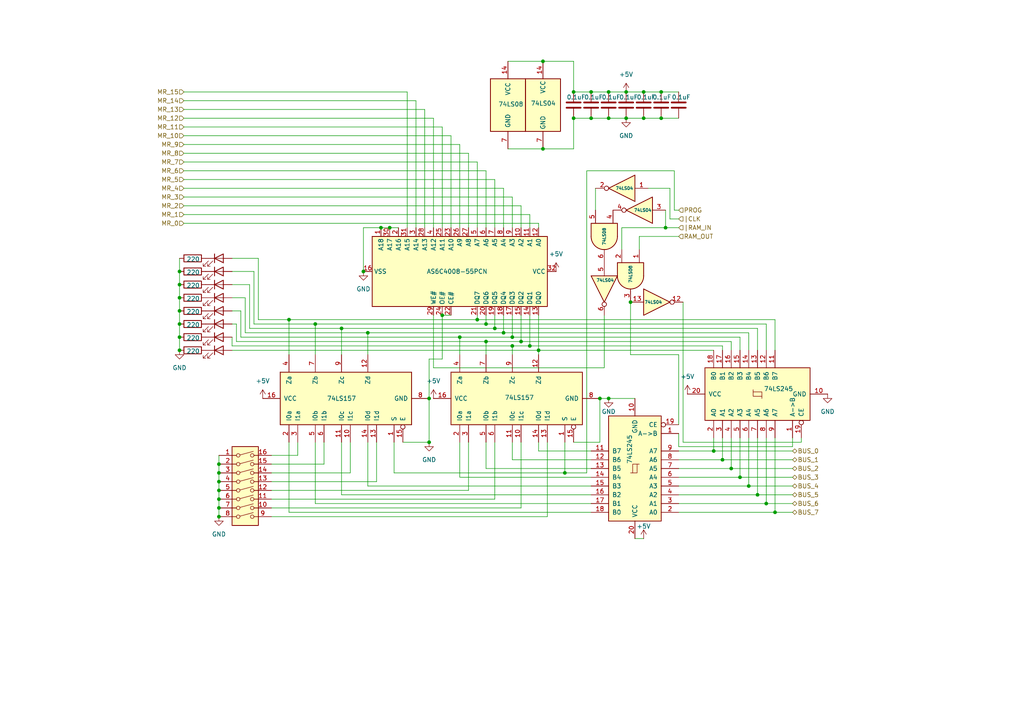
<source format=kicad_sch>
(kicad_sch (version 20231120) (generator "eeschema") (generator_version "8.0")
  (paper "A4")
  (lib_symbols
    (symbol "74xx:74LS04"
      (property "Reference" "U" (at 0 1.27 0))
      (property "Value" "74LS04" (at 0 -1.27 0))
      (symbol "74LS04_1_0"
        (polyline (pts (xy -3.81 3.81) (xy -3.81 -3.81) (xy 3.81 0) (xy -3.81 3.81)) (stroke (width 0.254)) (fill (type background)))
        (pin input line (at -7.62 0 0) (length 3.81) (name "~") (number "1"))
        (pin output inverted (at 7.62 0 180) (length 3.81) (name "~") (number "2"))
      )
      (symbol "74LS04_2_0"
        (polyline (pts (xy -3.81 3.81) (xy -3.81 -3.81) (xy 3.81 0) (xy -3.81 3.81)) (stroke (width 0.254)) (fill (type background)))
        (pin input line (at -7.62 0 0) (length 3.81) (name "~") (number "3"))
        (pin output inverted (at 7.62 0 180) (length 3.81) (name "~") (number "4"))
      )
      (symbol "74LS04_3_0"
        (polyline (pts (xy -3.81 3.81) (xy -3.81 -3.81) (xy 3.81 0) (xy -3.81 3.81)) (stroke (width 0.254)) (fill (type background)))
        (pin input line (at -7.62 0 0) (length 3.81) (name "~") (number "5"))
        (pin output inverted (at 7.62 0 180) (length 3.81) (name "~") (number "6"))
      )
      (symbol "74LS04_4_0"
        (polyline (pts (xy -3.81 3.81) (xy -3.81 -3.81) (xy 3.81 0) (xy -3.81 3.81)) (stroke (width 0.254)) (fill (type background)))
        (pin output inverted (at 7.62 0 180) (length 3.81) (name "~") (number "8"))
        (pin input line (at -7.62 0 0) (length 3.81) (name "~") (number "9"))
      )
      (symbol "74LS04_5_0"
        (polyline (pts (xy -3.81 3.81) (xy -3.81 -3.81) (xy 3.81 0) (xy -3.81 3.81)) (stroke (width 0.254)) (fill (type background)))
        (pin output inverted (at 7.62 0 180) (length 3.81) (name "~") (number "10"))
        (pin input line (at -7.62 0 0) (length 3.81) (name "~") (number "11"))
      )
      (symbol "74LS04_6_0"
        (polyline (pts (xy -3.81 3.81) (xy -3.81 -3.81) (xy 3.81 0) (xy -3.81 3.81)) (stroke (width 0.254)) (fill (type background)))
        (pin output inverted (at 7.62 0 180) (length 3.81) (name "~") (number "12"))
        (pin input line (at -7.62 0 0) (length 3.81) (name "~") (number "13"))
      )
      (symbol "74LS04_7_0"
        (pin power_in line (at 0 12.7 270) (length 5.08) (name "VCC") (number "14"))
        (pin power_in line (at 0 -12.7 90) (length 5.08) (name "GND") (number "7"))
      )
      (symbol "74LS04_7_1"
        (rectangle (start -5.08 7.62) (end 5.08 -7.62) (stroke (width 0.254)) (fill (type background)))
      )
    )
    (symbol "74xx:74LS08" (pin_names (offset 1.016))
      (property "Reference" "U" (at 0 1.27 0))
      (property "Value" "74LS08" (at 0 -1.27 0))
      (symbol "74LS08_1_1"
        (arc (start 0 -3.81) (mid 3.7934 0) (end 0 3.81) (stroke (width 0.254)) (fill (type background)))
        (polyline (pts (xy 0 3.81) (xy -3.81 3.81) (xy -3.81 -3.81) (xy 0 -3.81)) (stroke (width 0.254)) (fill (type background)))
        (pin input line (at -7.62 2.54 0) (length 3.81) (name "~") (number "1"))
        (pin input line (at -7.62 -2.54 0) (length 3.81) (name "~") (number "2"))
        (pin output line (at 7.62 0 180) (length 3.81) (name "~") (number "3"))
      )
      (symbol "74LS08_1_2"
        (arc (start -3.81 -3.81) (mid -2.589 0) (end -3.81 3.81) (stroke (width 0.254)))
        (arc (start -0.6096 -3.81) (mid 2.1842 -2.5851) (end 3.81 0) (stroke (width 0.254)) (fill (type background)))
        (polyline (pts (xy -3.81 -3.81) (xy -0.635 -3.81)) (stroke (width 0.254)) (fill (type background)))
        (polyline (pts (xy -3.81 3.81) (xy -0.635 3.81)) (stroke (width 0.254)) (fill (type background)))
        (polyline (pts (xy -0.635 3.81) (xy -3.81 3.81) (xy -3.81 3.81) (xy -3.556 3.4036) (xy -3.0226 2.2606) (xy -2.6924 1.0414) (xy -2.6162 -0.254) (xy -2.7686 -1.4986) (xy -3.175 -2.7178) (xy -3.81 -3.81) (xy -3.81 -3.81) (xy -0.635 -3.81)) (stroke (width -25.4)) (fill (type background)))
        (arc (start 3.81 0) (mid 2.1915 2.5936) (end -0.6096 3.81) (stroke (width 0.254)) (fill (type background)))
        (pin input inverted (at -7.62 2.54 0) (length 4.318) (name "~") (number "1"))
        (pin input inverted (at -7.62 -2.54 0) (length 4.318) (name "~") (number "2"))
        (pin output inverted (at 7.62 0 180) (length 3.81) (name "~") (number "3"))
      )
      (symbol "74LS08_2_1"
        (arc (start 0 -3.81) (mid 3.7934 0) (end 0 3.81) (stroke (width 0.254)) (fill (type background)))
        (polyline (pts (xy 0 3.81) (xy -3.81 3.81) (xy -3.81 -3.81) (xy 0 -3.81)) (stroke (width 0.254)) (fill (type background)))
        (pin input line (at -7.62 2.54 0) (length 3.81) (name "~") (number "4"))
        (pin input line (at -7.62 -2.54 0) (length 3.81) (name "~") (number "5"))
        (pin output line (at 7.62 0 180) (length 3.81) (name "~") (number "6"))
      )
      (symbol "74LS08_2_2"
        (arc (start -3.81 -3.81) (mid -2.589 0) (end -3.81 3.81) (stroke (width 0.254)))
        (arc (start -0.6096 -3.81) (mid 2.1842 -2.5851) (end 3.81 0) (stroke (width 0.254)) (fill (type background)))
        (polyline (pts (xy -3.81 -3.81) (xy -0.635 -3.81)) (stroke (width 0.254)) (fill (type background)))
        (polyline (pts (xy -3.81 3.81) (xy -0.635 3.81)) (stroke (width 0.254)) (fill (type background)))
        (polyline (pts (xy -0.635 3.81) (xy -3.81 3.81) (xy -3.81 3.81) (xy -3.556 3.4036) (xy -3.0226 2.2606) (xy -2.6924 1.0414) (xy -2.6162 -0.254) (xy -2.7686 -1.4986) (xy -3.175 -2.7178) (xy -3.81 -3.81) (xy -3.81 -3.81) (xy -0.635 -3.81)) (stroke (width -25.4)) (fill (type background)))
        (arc (start 3.81 0) (mid 2.1915 2.5936) (end -0.6096 3.81) (stroke (width 0.254)) (fill (type background)))
        (pin input inverted (at -7.62 2.54 0) (length 4.318) (name "~") (number "4"))
        (pin input inverted (at -7.62 -2.54 0) (length 4.318) (name "~") (number "5"))
        (pin output inverted (at 7.62 0 180) (length 3.81) (name "~") (number "6"))
      )
      (symbol "74LS08_3_1"
        (arc (start 0 -3.81) (mid 3.7934 0) (end 0 3.81) (stroke (width 0.254)) (fill (type background)))
        (polyline (pts (xy 0 3.81) (xy -3.81 3.81) (xy -3.81 -3.81) (xy 0 -3.81)) (stroke (width 0.254)) (fill (type background)))
        (pin input line (at -7.62 -2.54 0) (length 3.81) (name "~") (number "10"))
        (pin output line (at 7.62 0 180) (length 3.81) (name "~") (number "8"))
        (pin input line (at -7.62 2.54 0) (length 3.81) (name "~") (number "9"))
      )
      (symbol "74LS08_3_2"
        (arc (start -3.81 -3.81) (mid -2.589 0) (end -3.81 3.81) (stroke (width 0.254)))
        (arc (start -0.6096 -3.81) (mid 2.1842 -2.5851) (end 3.81 0) (stroke (width 0.254)) (fill (type background)))
        (polyline (pts (xy -3.81 -3.81) (xy -0.635 -3.81)) (stroke (width 0.254)) (fill (type background)))
        (polyline (pts (xy -3.81 3.81) (xy -0.635 3.81)) (stroke (width 0.254)) (fill (type background)))
        (polyline (pts (xy -0.635 3.81) (xy -3.81 3.81) (xy -3.81 3.81) (xy -3.556 3.4036) (xy -3.0226 2.2606) (xy -2.6924 1.0414) (xy -2.6162 -0.254) (xy -2.7686 -1.4986) (xy -3.175 -2.7178) (xy -3.81 -3.81) (xy -3.81 -3.81) (xy -0.635 -3.81)) (stroke (width -25.4)) (fill (type background)))
        (arc (start 3.81 0) (mid 2.1915 2.5936) (end -0.6096 3.81) (stroke (width 0.254)) (fill (type background)))
        (pin input inverted (at -7.62 -2.54 0) (length 4.318) (name "~") (number "10"))
        (pin output inverted (at 7.62 0 180) (length 3.81) (name "~") (number "8"))
        (pin input inverted (at -7.62 2.54 0) (length 4.318) (name "~") (number "9"))
      )
      (symbol "74LS08_4_1"
        (arc (start 0 -3.81) (mid 3.7934 0) (end 0 3.81) (stroke (width 0.254)) (fill (type background)))
        (polyline (pts (xy 0 3.81) (xy -3.81 3.81) (xy -3.81 -3.81) (xy 0 -3.81)) (stroke (width 0.254)) (fill (type background)))
        (pin output line (at 7.62 0 180) (length 3.81) (name "~") (number "11"))
        (pin input line (at -7.62 2.54 0) (length 3.81) (name "~") (number "12"))
        (pin input line (at -7.62 -2.54 0) (length 3.81) (name "~") (number "13"))
      )
      (symbol "74LS08_4_2"
        (arc (start -3.81 -3.81) (mid -2.589 0) (end -3.81 3.81) (stroke (width 0.254)))
        (arc (start -0.6096 -3.81) (mid 2.1842 -2.5851) (end 3.81 0) (stroke (width 0.254)) (fill (type background)))
        (polyline (pts (xy -3.81 -3.81) (xy -0.635 -3.81)) (stroke (width 0.254)) (fill (type background)))
        (polyline (pts (xy -3.81 3.81) (xy -0.635 3.81)) (stroke (width 0.254)) (fill (type background)))
        (polyline (pts (xy -0.635 3.81) (xy -3.81 3.81) (xy -3.81 3.81) (xy -3.556 3.4036) (xy -3.0226 2.2606) (xy -2.6924 1.0414) (xy -2.6162 -0.254) (xy -2.7686 -1.4986) (xy -3.175 -2.7178) (xy -3.81 -3.81) (xy -3.81 -3.81) (xy -0.635 -3.81)) (stroke (width -25.4)) (fill (type background)))
        (arc (start 3.81 0) (mid 2.1915 2.5936) (end -0.6096 3.81) (stroke (width 0.254)) (fill (type background)))
        (pin output inverted (at 7.62 0 180) (length 3.81) (name "~") (number "11"))
        (pin input inverted (at -7.62 2.54 0) (length 4.318) (name "~") (number "12"))
        (pin input inverted (at -7.62 -2.54 0) (length 4.318) (name "~") (number "13"))
      )
      (symbol "74LS08_5_0"
        (pin power_in line (at 0 12.7 270) (length 5.08) (name "VCC") (number "14"))
        (pin power_in line (at 0 -12.7 90) (length 5.08) (name "GND") (number "7"))
      )
      (symbol "74LS08_5_1"
        (rectangle (start -5.08 7.62) (end 5.08 -7.62) (stroke (width 0.254)) (fill (type background)))
      )
    )
    (symbol "74xx:74LS157" (pin_names (offset 1.016))
      (property "Reference" "U" (at -7.62 19.05 0))
      (property "Value" "74LS157" (at -7.62 -21.59 0))
      (symbol "74LS157_1_0"
        (pin input line (at -12.7 -15.24 0) (length 5.08) (name "S") (number "1"))
        (pin input line (at -12.7 -2.54 0) (length 5.08) (name "I1c") (number "10"))
        (pin input line (at -12.7 0 0) (length 5.08) (name "I0c") (number "11"))
        (pin output line (at 12.7 -7.62 180) (length 5.08) (name "Zd") (number "12"))
        (pin input line (at -12.7 -10.16 0) (length 5.08) (name "I1d") (number "13"))
        (pin input line (at -12.7 -7.62 0) (length 5.08) (name "I0d") (number "14"))
        (pin input inverted (at -12.7 -17.78 0) (length 5.08) (name "E") (number "15"))
        (pin power_in line (at 0 22.86 270) (length 5.08) (name "VCC") (number "16"))
        (pin input line (at -12.7 15.24 0) (length 5.08) (name "I0a") (number "2"))
        (pin input line (at -12.7 12.7 0) (length 5.08) (name "I1a") (number "3"))
        (pin output line (at 12.7 15.24 180) (length 5.08) (name "Za") (number "4"))
        (pin input line (at -12.7 7.62 0) (length 5.08) (name "I0b") (number "5"))
        (pin input line (at -12.7 5.08 0) (length 5.08) (name "I1b") (number "6"))
        (pin output line (at 12.7 7.62 180) (length 5.08) (name "Zb") (number "7"))
        (pin power_in line (at 0 -25.4 90) (length 5.08) (name "GND") (number "8"))
        (pin output line (at 12.7 0 180) (length 5.08) (name "Zc") (number "9"))
      )
      (symbol "74LS157_1_1"
        (rectangle (start -7.62 17.78) (end 7.62 -20.32) (stroke (width 0.254)) (fill (type background)))
      )
    )
    (symbol "74xx:74LS245" (pin_names (offset 1.016))
      (property "Reference" "U" (at -7.62 16.51 0))
      (property "Value" "74LS245" (at -7.62 -16.51 0))
      (symbol "74LS245_1_0"
        (polyline (pts (xy -0.635 -1.27) (xy -0.635 1.27) (xy 0.635 1.27)))
        (polyline (pts (xy -1.27 -1.27) (xy 0.635 -1.27) (xy 0.635 1.27) (xy 1.27 1.27)))
        (pin input line (at -12.7 -10.16 0) (length 5.08) (name "A->B") (number "1"))
        (pin power_in line (at 0 -20.32 90) (length 5.08) (name "GND") (number "10"))
        (pin tri_state line (at 12.7 -5.08 180) (length 5.08) (name "B7") (number "11"))
        (pin tri_state line (at 12.7 -2.54 180) (length 5.08) (name "B6") (number "12"))
        (pin tri_state line (at 12.7 0 180) (length 5.08) (name "B5") (number "13"))
        (pin tri_state line (at 12.7 2.54 180) (length 5.08) (name "B4") (number "14"))
        (pin tri_state line (at 12.7 5.08 180) (length 5.08) (name "B3") (number "15"))
        (pin tri_state line (at 12.7 7.62 180) (length 5.08) (name "B2") (number "16"))
        (pin tri_state line (at 12.7 10.16 180) (length 5.08) (name "B1") (number "17"))
        (pin tri_state line (at 12.7 12.7 180) (length 5.08) (name "B0") (number "18"))
        (pin input inverted (at -12.7 -12.7 0) (length 5.08) (name "CE") (number "19"))
        (pin tri_state line (at -12.7 12.7 0) (length 5.08) (name "A0") (number "2"))
        (pin power_in line (at 0 20.32 270) (length 5.08) (name "VCC") (number "20"))
        (pin tri_state line (at -12.7 10.16 0) (length 5.08) (name "A1") (number "3"))
        (pin tri_state line (at -12.7 7.62 0) (length 5.08) (name "A2") (number "4"))
        (pin tri_state line (at -12.7 5.08 0) (length 5.08) (name "A3") (number "5"))
        (pin tri_state line (at -12.7 2.54 0) (length 5.08) (name "A4") (number "6"))
        (pin tri_state line (at -12.7 0 0) (length 5.08) (name "A5") (number "7"))
        (pin tri_state line (at -12.7 -2.54 0) (length 5.08) (name "A6") (number "8"))
        (pin tri_state line (at -12.7 -5.08 0) (length 5.08) (name "A7") (number "9"))
      )
      (symbol "74LS245_1_1"
        (rectangle (start -7.62 15.24) (end 7.62 -15.24) (stroke (width 0.254)) (fill (type background)))
      )
    )
    (symbol "Device:C" (pin_numbers hide) (pin_names (offset 0.254))
      (property "Reference" "C" (at 0.635 2.54 0))
      (property "Value" "C" (at 0.635 -2.54 0))
      (symbol "C_0_1"
        (polyline (pts (xy -2.032 -0.762) (xy 2.032 -0.762)) (stroke (width 0.508)))
        (polyline (pts (xy -2.032 0.762) (xy 2.032 0.762)) (stroke (width 0.508)))
      )
      (symbol "C_1_1"
        (pin passive line (at 0 3.81 270) (length 2.794) (name "~") (number "1"))
        (pin passive line (at 0 -3.81 90) (length 2.794) (name "~") (number "2"))
      )
    )
    (symbol "Device:LED" (pin_numbers hide) (pin_names (offset 1.016) hide)
      (property "Reference" "D" (at 0 2.54 0))
      (property "Value" "LED" (at 0 -2.54 0))
      (symbol "LED_0_1"
        (polyline (pts (xy -1.27 -1.27) (xy -1.27 1.27)) (stroke (width 0.254)))
        (polyline (pts (xy -1.27 0) (xy 1.27 0)))
        (polyline (pts (xy 1.27 -1.27) (xy 1.27 1.27) (xy -1.27 0) (xy 1.27 -1.27)) (stroke (width 0.254)))
        (polyline (pts (xy -3.048 -0.762) (xy -4.572 -2.286) (xy -3.81 -2.286) (xy -4.572 -2.286) (xy -4.572 -1.524)))
        (polyline (pts (xy -1.778 -0.762) (xy -3.302 -2.286) (xy -2.54 -2.286) (xy -3.302 -2.286) (xy -3.302 -1.524)))
      )
      (symbol "LED_1_1"
        (pin passive line (at -3.81 0 0) (length 2.54) (name "K") (number "1"))
        (pin passive line (at 3.81 0 180) (length 2.54) (name "A") (number "2"))
      )
    )
    (symbol "Device:R" (pin_numbers hide) (pin_names (offset 0))
      (property "Reference" "R" (at 2.032 0 90))
      (property "Value" "R" (at 0 0 90))
      (symbol "R_0_1"
        (rectangle (start -1.016 -2.54) (end 1.016 2.54) (stroke (width 0.254)))
      )
      (symbol "R_1_1"
        (pin passive line (at 0 3.81 270) (length 1.27) (name "~") (number "1"))
        (pin passive line (at 0 -3.81 90) (length 1.27) (name "~") (number "2"))
      )
    )
    (symbol "Memory_RAM:AS6C4008-55PCN"
      (property "Reference" "U" (at -10.16 26.035 0))
      (property "Value" "AS6C4008-55PCN" (at 2.54 26.035 0))
      (symbol "AS6C4008-55PCN_0_0"
        (pin power_in line (at 0 -27.94 90) (length 2.54) (name "VSS") (number "16"))
        (pin power_in line (at 0 27.94 270) (length 2.54) (name "VCC") (number "32"))
      )
      (symbol "AS6C4008-55PCN_0_1"
        (rectangle (start -10.16 25.4) (end 10.16 -25.4) (stroke (width 0.254)) (fill (type background)))
      )
      (symbol "AS6C4008-55PCN_1_1"
        (pin input line (at -12.7 -22.86 0) (length 2.54) (name "A18") (number "1"))
        (pin input line (at -12.7 17.78 0) (length 2.54) (name "A2") (number "10"))
        (pin input line (at -12.7 20.32 0) (length 2.54) (name "A1") (number "11"))
        (pin input line (at -12.7 22.86 0) (length 2.54) (name "A0") (number "12"))
        (pin tri_state line (at 12.7 22.86 180) (length 2.54) (name "DQ0") (number "13"))
        (pin tri_state line (at 12.7 20.32 180) (length 2.54) (name "DQ1") (number "14"))
        (pin tri_state line (at 12.7 17.78 180) (length 2.54) (name "DQ2") (number "15"))
        (pin tri_state line (at 12.7 15.24 180) (length 2.54) (name "DQ3") (number "17"))
        (pin tri_state line (at 12.7 12.7 180) (length 2.54) (name "DQ4") (number "18"))
        (pin tri_state line (at 12.7 10.16 180) (length 2.54) (name "DQ5") (number "19"))
        (pin input line (at -12.7 -17.78 0) (length 2.54) (name "A16") (number "2"))
        (pin tri_state line (at 12.7 7.62 180) (length 2.54) (name "DQ6") (number "20"))
        (pin tri_state line (at 12.7 5.08 180) (length 2.54) (name "DQ7") (number "21"))
        (pin input line (at 12.7 -2.54 180) (length 2.54) (name "CE#") (number "22"))
        (pin input line (at -12.7 -2.54 0) (length 2.54) (name "A10") (number "23"))
        (pin input line (at 12.7 -5.08 180) (length 2.54) (name "OE#") (number "24"))
        (pin input line (at -12.7 -5.08 0) (length 2.54) (name "A11") (number "25"))
        (pin input line (at -12.7 0 0) (length 2.54) (name "A9") (number "26"))
        (pin input line (at -12.7 2.54 0) (length 2.54) (name "A8") (number "27"))
        (pin input line (at -12.7 -10.16 0) (length 2.54) (name "A13") (number "28"))
        (pin input line (at 12.7 -7.62 180) (length 2.54) (name "WE#") (number "29"))
        (pin input line (at -12.7 -12.7 0) (length 2.54) (name "A14") (number "3"))
        (pin input line (at -12.7 -20.32 0) (length 2.54) (name "A17") (number "30"))
        (pin input line (at -12.7 -15.24 0) (length 2.54) (name "A15") (number "31"))
        (pin input line (at -12.7 -7.62 0) (length 2.54) (name "A12") (number "4"))
        (pin input line (at -12.7 5.08 0) (length 2.54) (name "A7") (number "5"))
        (pin input line (at -12.7 7.62 0) (length 2.54) (name "A6") (number "6"))
        (pin input line (at -12.7 10.16 0) (length 2.54) (name "A5") (number "7"))
        (pin input line (at -12.7 12.7 0) (length 2.54) (name "A4") (number "8"))
        (pin input line (at -12.7 15.24 0) (length 2.54) (name "A3") (number "9"))
      )
    )
    (symbol "Switch:SW_DIP_x08" (pin_names (offset 0) hide)
      (property "Reference" "SW" (at 0 13.97 0))
      (property "Value" "SW_DIP_x08" (at 0 -11.43 0))
      (symbol "SW_DIP_x08_0_0"
        (circle (center -2.032 -7.62) (radius 0.508))
        (circle (center -2.032 -5.08) (radius 0.508))
        (circle (center -2.032 -2.54) (radius 0.508))
        (circle (center -2.032 0) (radius 0.508))
        (circle (center -2.032 2.54) (radius 0.508))
        (circle (center -2.032 5.08) (radius 0.508))
        (circle (center -2.032 7.62) (radius 0.508))
        (circle (center -2.032 10.16) (radius 0.508))
        (polyline (pts (xy -1.524 -7.4676) (xy 2.3622 -6.4262)))
        (polyline (pts (xy -1.524 -4.9276) (xy 2.3622 -3.8862)))
        (polyline (pts (xy -1.524 -2.3876) (xy 2.3622 -1.3462)))
        (polyline (pts (xy -1.524 0.127) (xy 2.3622 1.1684)))
        (polyline (pts (xy -1.524 2.667) (xy 2.3622 3.7084)))
        (polyline (pts (xy -1.524 5.207) (xy 2.3622 6.2484)))
        (polyline (pts (xy -1.524 7.747) (xy 2.3622 8.7884)))
        (polyline (pts (xy -1.524 10.287) (xy 2.3622 11.3284)))
        (circle (center 2.032 -7.62) (radius 0.508))
        (circle (center 2.032 -5.08) (radius 0.508))
        (circle (center 2.032 -2.54) (radius 0.508))
        (circle (center 2.032 0) (radius 0.508))
        (circle (center 2.032 2.54) (radius 0.508))
        (circle (center 2.032 5.08) (radius 0.508))
        (circle (center 2.032 7.62) (radius 0.508))
        (circle (center 2.032 10.16) (radius 0.508))
      )
      (symbol "SW_DIP_x08_0_1"
        (rectangle (start -3.81 12.7) (end 3.81 -10.16) (stroke (width 0.254)) (fill (type background)))
      )
      (symbol "SW_DIP_x08_1_1"
        (pin passive line (at -7.62 10.16 0) (length 5.08) (name "~") (number "1"))
        (pin passive line (at 7.62 -5.08 180) (length 5.08) (name "~") (number "10"))
        (pin passive line (at 7.62 -2.54 180) (length 5.08) (name "~") (number "11"))
        (pin passive line (at 7.62 0 180) (length 5.08) (name "~") (number "12"))
        (pin passive line (at 7.62 2.54 180) (length 5.08) (name "~") (number "13"))
        (pin passive line (at 7.62 5.08 180) (length 5.08) (name "~") (number "14"))
        (pin passive line (at 7.62 7.62 180) (length 5.08) (name "~") (number "15"))
        (pin passive line (at 7.62 10.16 180) (length 5.08) (name "~") (number "16"))
        (pin passive line (at -7.62 7.62 0) (length 5.08) (name "~") (number "2"))
        (pin passive line (at -7.62 5.08 0) (length 5.08) (name "~") (number "3"))
        (pin passive line (at -7.62 2.54 0) (length 5.08) (name "~") (number "4"))
        (pin passive line (at -7.62 0 0) (length 5.08) (name "~") (number "5"))
        (pin passive line (at -7.62 -2.54 0) (length 5.08) (name "~") (number "6"))
        (pin passive line (at -7.62 -5.08 0) (length 5.08) (name "~") (number "7"))
        (pin passive line (at -7.62 -7.62 0) (length 5.08) (name "~") (number "8"))
        (pin passive line (at 7.62 -7.62 180) (length 5.08) (name "~") (number "9"))
      )
    )
    (symbol "power:+5V" (power) (pin_numbers hide) (pin_names (offset 0) hide)
      (property "Value" "+5V" (at 0 3.556 0))
      (symbol "+5V_0_1"
        (polyline (pts (xy -0.762 1.27) (xy 0 2.54)))
        (polyline (pts (xy 0 0) (xy 0 2.54)))
        (polyline (pts (xy 0 2.54) (xy 0.762 1.27)))
      )
      (symbol "+5V_1_1"
        (pin power_in line (at 0 0 90) (length 0) (name "~") (number "1"))
      )
    )
    (symbol "power:GND" (power) (pin_numbers hide) (pin_names (offset 0) hide)
      (property "Value" "GND" (at 0 -3.81 0))
      (symbol "GND_0_1"
        (polyline (pts (xy 0 0) (xy 0 -1.27) (xy 1.27 -1.27) (xy 0 -2.54) (xy -1.27 -1.27) (xy 0 -1.27)))
      )
      (symbol "GND_1_1"
        (pin power_in line (at 0 0 270) (length 0) (name "~") (number "1"))
      )
    )
  )
  (junction (at 207.01 130.81))
  (junction (at 52.07 78.74))
  (junction (at 193.04 66.04))
  (junction (at 166.37 34.29))
  (junction (at 171.45 26.67))
  (junction (at 113.03 66.04))
  (junction (at 181.61 26.67))
  (junction (at 83.82 92.71))
  (junction (at 151.13 99.06))
  (junction (at 110.49 66.04))
  (junction (at 143.51 95.25))
  (junction (at 173.99 115.57))
  (junction (at 52.07 97.79))
  (junction (at 105.41 78.74))
  (junction (at 186.69 26.67))
  (junction (at 209.55 133.35))
  (junction (at 186.69 34.29))
  (junction (at 222.25 146.05))
  (junction (at 124.46 115.57))
  (junction (at 63.5 147.32))
  (junction (at 52.07 101.6))
  (junction (at 52.07 90.17))
  (junction (at 153.67 100.33))
  (junction (at 124.46 128.27))
  (junction (at 52.07 93.98))
  (junction (at 182.88 87.63))
  (junction (at 219.71 143.51))
  (junction (at 140.97 99.06))
  (junction (at 63.5 139.7))
  (junction (at 63.5 134.62))
  (junction (at 181.61 34.29))
  (junction (at 214.63 138.43))
  (junction (at 176.53 26.67))
  (junction (at 106.68 96.52))
  (junction (at 63.5 144.78))
  (junction (at 52.07 86.36))
  (junction (at 224.79 148.59))
  (junction (at 176.53 34.29))
  (junction (at 52.07 82.55))
  (junction (at 148.59 97.79))
  (junction (at 138.43 92.71))
  (junction (at 91.44 93.98))
  (junction (at 157.48 17.78))
  (junction (at 171.45 34.29))
  (junction (at 146.05 96.52))
  (junction (at 63.5 142.24))
  (junction (at 128.27 91.44))
  (junction (at 148.59 100.33))
  (junction (at 191.77 26.67))
  (junction (at 166.37 26.67))
  (junction (at 176.53 115.57))
  (junction (at 212.09 135.89))
  (junction (at 133.35 97.79))
  (junction (at 191.77 34.29))
  (junction (at 140.97 93.98))
  (junction (at 156.21 101.6))
  (junction (at 63.5 137.16))
  (junction (at 157.48 43.18))
  (junction (at 163.83 137.16))
  (junction (at 217.17 140.97))
  (junction (at 99.06 95.25))
  (junction (at 63.5 149.86))
  (wire (pts (xy 182.88 102.87) (xy 182.88 87.63)))
  (wire (pts (xy 114.3 128.27) (xy 114.3 137.16)))
  (wire (pts (xy 196.85 130.81) (xy 207.01 130.81)))
  (wire (pts (xy 110.49 66.04) (xy 113.03 66.04)))
  (wire (pts (xy 83.82 102.87) (xy 83.82 92.71)))
  (wire (pts (xy 224.79 148.59) (xy 229.87 148.59)))
  (wire (pts (xy 194.31 54.61) (xy 187.96 54.61)))
  (wire (pts (xy 67.31 97.79) (xy 67.31 100.33)))
  (wire (pts (xy 196.85 148.59) (xy 224.79 148.59)))
  (wire (pts (xy 124.46 104.14) (xy 124.46 115.57)))
  (wire (pts (xy 148.59 66.04) (xy 148.59 57.15)))
  (wire (pts (xy 146.05 54.61) (xy 146.05 66.04)))
  (wire (pts (xy 157.48 17.78) (xy 147.32 17.78)))
  (wire (pts (xy 140.97 102.87) (xy 140.97 99.06)))
  (wire (pts (xy 52.07 74.93) (xy 52.07 78.74)))
  (wire (pts (xy 74.93 92.71) (xy 83.82 92.71)))
  (wire (pts (xy 72.39 82.55) (xy 72.39 95.25)))
  (wire (pts (xy 73.66 93.98) (xy 91.44 93.98)))
  (wire (pts (xy 99.06 143.51) (xy 99.06 128.27)))
  (wire (pts (xy 140.97 49.53) (xy 140.97 66.04)))
  (wire (pts (xy 148.59 100.33) (xy 153.67 100.33)))
  (wire (pts (xy 68.58 99.06) (xy 140.97 99.06)))
  (wire (pts (xy 198.12 87.63) (xy 198.12 128.27)))
  (wire (pts (xy 222.25 93.98) (xy 140.97 93.98)))
  (wire (pts (xy 63.5 139.7) (xy 63.5 142.24)))
  (wire (pts (xy 63.5 142.24) (xy 63.5 144.78)))
  (wire (pts (xy 186.69 34.29) (xy 191.77 34.29)))
  (wire (pts (xy 214.63 97.79) (xy 148.59 97.79)))
  (wire (pts (xy 78.74 142.24) (xy 135.89 142.24)))
  (wire (pts (xy 148.59 133.35) (xy 148.59 128.27)))
  (wire (pts (xy 153.67 62.23) (xy 153.67 66.04)))
  (wire (pts (xy 53.34 54.61) (xy 146.05 54.61)))
  (wire (pts (xy 123.19 66.04) (xy 123.19 31.75)))
  (wire (pts (xy 156.21 101.6) (xy 156.21 102.87)))
  (wire (pts (xy 196.85 129.54) (xy 229.87 129.54)))
  (wire (pts (xy 53.34 44.45) (xy 135.89 44.45)))
  (wire (pts (xy 125.73 106.68) (xy 175.26 106.68)))
  (wire (pts (xy 130.81 39.37) (xy 130.81 66.04)))
  (wire (pts (xy 151.13 99.06) (xy 151.13 91.44)))
  (wire (pts (xy 138.43 66.04) (xy 138.43 46.99)))
  (wire (pts (xy 105.41 78.74) (xy 105.41 66.04)))
  (wire (pts (xy 156.21 66.04) (xy 156.21 64.77)))
  (wire (pts (xy 78.74 144.78) (xy 143.51 144.78)))
  (wire (pts (xy 156.21 130.81) (xy 156.21 128.27)))
  (wire (pts (xy 91.44 93.98) (xy 140.97 93.98)))
  (wire (pts (xy 171.45 26.67) (xy 176.53 26.67)))
  (wire (pts (xy 196.85 102.87) (xy 196.85 123.19)))
  (wire (pts (xy 91.44 128.27) (xy 91.44 146.05)))
  (wire (pts (xy 128.27 66.04) (xy 128.27 36.83)))
  (wire (pts (xy 118.11 26.67) (xy 53.34 26.67)))
  (wire (pts (xy 138.43 92.71) (xy 138.43 91.44)))
  (wire (pts (xy 224.79 127) (xy 224.79 148.59)))
  (wire (pts (xy 196.85 66.04) (xy 193.04 66.04)))
  (wire (pts (xy 212.09 135.89) (xy 229.87 135.89)))
  (wire (pts (xy 217.17 127) (xy 217.17 140.97)))
  (wire (pts (xy 196.85 143.51) (xy 219.71 143.51)))
  (wire (pts (xy 209.55 101.6) (xy 209.55 100.33)))
  (wire (pts (xy 207.01 127) (xy 207.01 130.81)))
  (wire (pts (xy 114.3 137.16) (xy 163.83 137.16)))
  (wire (pts (xy 53.34 62.23) (xy 153.67 62.23)))
  (wire (pts (xy 67.31 90.17) (xy 69.85 90.17)))
  (wire (pts (xy 148.59 57.15) (xy 53.34 57.15)))
  (wire (pts (xy 195.58 60.96) (xy 195.58 49.53)))
  (wire (pts (xy 148.59 97.79) (xy 133.35 97.79)))
  (wire (pts (xy 63.5 134.62) (xy 63.5 137.16)))
  (wire (pts (xy 182.88 102.87) (xy 196.85 102.87)))
  (wire (pts (xy 193.04 60.96) (xy 193.04 66.04)))
  (wire (pts (xy 156.21 130.81) (xy 171.45 130.81)))
  (wire (pts (xy 166.37 128.27) (xy 173.99 128.27)))
  (wire (pts (xy 67.31 82.55) (xy 72.39 82.55)))
  (wire (pts (xy 180.34 66.04) (xy 193.04 66.04)))
  (wire (pts (xy 222.25 127) (xy 222.25 146.05)))
  (wire (pts (xy 73.66 78.74) (xy 73.66 93.98)))
  (wire (pts (xy 99.06 95.25) (xy 99.06 102.87)))
  (wire (pts (xy 106.68 102.87) (xy 106.68 96.52)))
  (wire (pts (xy 124.46 128.27) (xy 116.84 128.27)))
  (wire (pts (xy 170.18 49.53) (xy 170.18 137.16)))
  (wire (pts (xy 156.21 101.6) (xy 207.01 101.6)))
  (wire (pts (xy 138.43 46.99) (xy 53.34 46.99)))
  (wire (pts (xy 69.85 97.79) (xy 133.35 97.79)))
  (wire (pts (xy 158.75 149.86) (xy 158.75 128.27)))
  (wire (pts (xy 217.17 140.97) (xy 229.87 140.97)))
  (wire (pts (xy 148.59 133.35) (xy 171.45 133.35)))
  (wire (pts (xy 143.51 52.07) (xy 53.34 52.07)))
  (wire (pts (xy 146.05 96.52) (xy 146.05 91.44)))
  (wire (pts (xy 217.17 96.52) (xy 146.05 96.52)))
  (wire (pts (xy 214.63 138.43) (xy 229.87 138.43)))
  (wire (pts (xy 229.87 129.54) (xy 229.87 127)))
  (wire (pts (xy 175.26 91.44) (xy 175.26 106.68)))
  (wire (pts (xy 67.31 78.74) (xy 73.66 78.74)))
  (wire (pts (xy 91.44 146.05) (xy 171.45 146.05)))
  (wire (pts (xy 173.99 128.27) (xy 173.99 115.57)))
  (wire (pts (xy 53.34 41.91) (xy 133.35 41.91)))
  (wire (pts (xy 196.85 60.96) (xy 195.58 60.96)))
  (wire (pts (xy 219.71 101.6) (xy 219.71 95.25)))
  (wire (pts (xy 194.31 63.5) (xy 196.85 63.5)))
  (wire (pts (xy 191.77 34.29) (xy 196.85 34.29)))
  (wire (pts (xy 222.25 146.05) (xy 229.87 146.05)))
  (wire (pts (xy 214.63 101.6) (xy 214.63 97.79)))
  (wire (pts (xy 143.51 95.25) (xy 99.06 95.25)))
  (wire (pts (xy 52.07 93.98) (xy 52.07 97.79)))
  (wire (pts (xy 83.82 148.59) (xy 83.82 128.27)))
  (wire (pts (xy 180.34 66.04) (xy 180.34 72.39)))
  (wire (pts (xy 93.98 134.62) (xy 93.98 128.27)))
  (wire (pts (xy 67.31 86.36) (xy 71.12 86.36)))
  (wire (pts (xy 53.34 34.29) (xy 125.73 34.29)))
  (wire (pts (xy 125.73 34.29) (xy 125.73 66.04)))
  (wire (pts (xy 166.37 34.29) (xy 171.45 34.29)))
  (wire (pts (xy 125.73 91.44) (xy 125.73 106.68)))
  (wire (pts (xy 194.31 54.61) (xy 194.31 63.5)))
  (wire (pts (xy 157.48 43.18) (xy 166.37 43.18)))
  (wire (pts (xy 196.85 146.05) (xy 222.25 146.05)))
  (wire (pts (xy 219.71 143.51) (xy 229.87 143.51)))
  (wire (pts (xy 67.31 74.93) (xy 74.93 74.93)))
  (wire (pts (xy 166.37 17.78) (xy 166.37 26.67)))
  (wire (pts (xy 196.85 140.97) (xy 217.17 140.97)))
  (wire (pts (xy 53.34 29.21) (xy 120.65 29.21)))
  (wire (pts (xy 124.46 128.27) (xy 124.46 115.57)))
  (wire (pts (xy 143.51 91.44) (xy 143.51 95.25)))
  (wire (pts (xy 209.55 127) (xy 209.55 133.35)))
  (wire (pts (xy 209.55 100.33) (xy 153.67 100.33)))
  (wire (pts (xy 133.35 97.79) (xy 133.35 102.87)))
  (wire (pts (xy 181.61 26.67) (xy 186.69 26.67)))
  (wire (pts (xy 196.85 133.35) (xy 209.55 133.35)))
  (wire (pts (xy 212.09 101.6) (xy 212.09 99.06)))
  (wire (pts (xy 101.6 137.16) (xy 101.6 128.27)))
  (wire (pts (xy 140.97 93.98) (xy 140.97 91.44)))
  (wire (pts (xy 172.72 54.61) (xy 172.72 60.96)))
  (wire (pts (xy 78.74 147.32) (xy 151.13 147.32)))
  (wire (pts (xy 63.5 147.32) (xy 63.5 149.86)))
  (wire (pts (xy 140.97 135.89) (xy 171.45 135.89)))
  (wire (pts (xy 140.97 99.06) (xy 151.13 99.06)))
  (wire (pts (xy 68.58 93.98) (xy 68.58 99.06)))
  (wire (pts (xy 157.48 43.18) (xy 147.32 43.18)))
  (wire (pts (xy 151.13 59.69) (xy 151.13 66.04)))
  (wire (pts (xy 52.07 82.55) (xy 52.07 86.36)))
  (wire (pts (xy 166.37 26.67) (xy 171.45 26.67)))
  (wire (pts (xy 212.09 99.06) (xy 151.13 99.06)))
  (wire (pts (xy 78.74 149.86) (xy 158.75 149.86)))
  (wire (pts (xy 67.31 100.33) (xy 148.59 100.33)))
  (wire (pts (xy 207.01 130.81) (xy 229.87 130.81)))
  (wire (pts (xy 52.07 90.17) (xy 52.07 93.98)))
  (wire (pts (xy 71.12 96.52) (xy 106.68 96.52)))
  (wire (pts (xy 156.21 64.77) (xy 53.34 64.77)))
  (wire (pts (xy 53.34 59.69) (xy 151.13 59.69)))
  (wire (pts (xy 123.19 31.75) (xy 53.34 31.75)))
  (wire (pts (xy 176.53 26.67) (xy 181.61 26.67)))
  (wire (pts (xy 196.85 135.89) (xy 212.09 135.89)))
  (wire (pts (xy 185.42 72.39) (xy 185.42 68.58)))
  (wire (pts (xy 156.21 91.44) (xy 156.21 101.6)))
  (wire (pts (xy 148.59 91.44) (xy 148.59 97.79)))
  (wire (pts (xy 63.5 137.16) (xy 63.5 139.7)))
  (wire (pts (xy 133.35 138.43) (xy 133.35 128.27)))
  (wire (pts (xy 118.11 66.04) (xy 118.11 26.67)))
  (wire (pts (xy 133.35 66.04) (xy 133.35 41.91)))
  (wire (pts (xy 67.31 93.98) (xy 68.58 93.98)))
  (wire (pts (xy 143.51 66.04) (xy 143.51 52.07)))
  (wire (pts (xy 52.07 97.79) (xy 52.07 101.6)))
  (wire (pts (xy 181.61 34.29) (xy 186.69 34.29)))
  (wire (pts (xy 232.41 127) (xy 232.41 128.27)))
  (wire (pts (xy 224.79 92.71) (xy 138.43 92.71)))
  (wire (pts (xy 106.68 96.52) (xy 146.05 96.52)))
  (wire (pts (xy 52.07 78.74) (xy 52.07 82.55)))
  (wire (pts (xy 78.74 134.62) (xy 93.98 134.62)))
  (wire (pts (xy 176.53 115.57) (xy 184.15 115.57)))
  (wire (pts (xy 78.74 132.08) (xy 86.36 132.08)))
  (wire (pts (xy 153.67 100.33) (xy 153.67 91.44)))
  (wire (pts (xy 109.22 139.7) (xy 109.22 128.27)))
  (wire (pts (xy 128.27 104.14) (xy 124.46 104.14)))
  (wire (pts (xy 170.18 137.16) (xy 163.83 137.16)))
  (wire (pts (xy 196.85 125.73) (xy 196.85 129.54)))
  (wire (pts (xy 148.59 100.33) (xy 148.59 102.87)))
  (wire (pts (xy 106.68 140.97) (xy 106.68 128.27)))
  (wire (pts (xy 83.82 92.71) (xy 138.43 92.71)))
  (wire (pts (xy 53.34 49.53) (xy 140.97 49.53)))
  (wire (pts (xy 113.03 66.04) (xy 115.57 66.04)))
  (wire (pts (xy 133.35 138.43) (xy 171.45 138.43)))
  (wire (pts (xy 74.93 74.93) (xy 74.93 92.71)))
  (wire (pts (xy 71.12 86.36) (xy 71.12 96.52)))
  (wire (pts (xy 120.65 29.21) (xy 120.65 66.04)))
  (wire (pts (xy 191.77 26.67) (xy 196.85 26.67)))
  (wire (pts (xy 128.27 36.83) (xy 53.34 36.83)))
  (wire (pts (xy 67.31 101.6) (xy 156.21 101.6)))
  (wire (pts (xy 52.07 86.36) (xy 52.07 90.17)))
  (wire (pts (xy 219.71 95.25) (xy 143.51 95.25)))
  (wire (pts (xy 196.85 138.43) (xy 214.63 138.43)))
  (wire (pts (xy 91.44 102.87) (xy 91.44 93.98)))
  (wire (pts (xy 106.68 140.97) (xy 171.45 140.97)))
  (wire (pts (xy 78.74 139.7) (xy 109.22 139.7)))
  (wire (pts (xy 166.37 43.18) (xy 166.37 34.29)))
  (wire (pts (xy 224.79 101.6) (xy 224.79 92.71)))
  (wire (pts (xy 128.27 91.44) (xy 128.27 104.14)))
  (wire (pts (xy 171.45 34.29) (xy 176.53 34.29)))
  (wire (pts (xy 222.25 101.6) (xy 222.25 93.98)))
  (wire (pts (xy 72.39 95.25) (xy 99.06 95.25)))
  (wire (pts (xy 219.71 127) (xy 219.71 143.51)))
  (wire (pts (xy 214.63 127) (xy 214.63 138.43)))
  (wire (pts (xy 195.58 49.53) (xy 170.18 49.53)))
  (wire (pts (xy 217.17 101.6) (xy 217.17 96.52)))
  (wire (pts (xy 157.48 17.78) (xy 166.37 17.78)))
  (wire (pts (xy 86.36 132.08) (xy 86.36 128.27)))
  (wire (pts (xy 186.69 26.67) (xy 191.77 26.67)))
  (wire (pts (xy 63.5 144.78) (xy 63.5 147.32)))
  (wire (pts (xy 176.53 34.29) (xy 181.61 34.29)))
  (wire (pts (xy 99.06 143.51) (xy 171.45 143.51)))
  (wire (pts (xy 184.15 156.21) (xy 186.69 156.21)))
  (wire (pts (xy 53.34 39.37) (xy 130.81 39.37)))
  (wire (pts (xy 140.97 128.27) (xy 140.97 135.89)))
  (wire (pts (xy 128.27 91.44) (xy 130.81 91.44)))
  (wire (pts (xy 151.13 147.32) (xy 151.13 128.27)))
  (wire (pts (xy 209.55 133.35) (xy 229.87 133.35)))
  (wire (pts (xy 163.83 137.16) (xy 163.83 128.27)))
  (wire (pts (xy 63.5 132.08) (xy 63.5 134.62)))
  (wire (pts (xy 185.42 68.58) (xy 196.85 68.58)))
  (wire (pts (xy 212.09 127) (xy 212.09 135.89)))
  (wire (pts (xy 135.89 142.24) (xy 135.89 128.27)))
  (wire (pts (xy 143.51 144.78) (xy 143.51 128.27)))
  (wire (pts (xy 135.89 44.45) (xy 135.89 66.04)))
  (wire (pts (xy 105.41 66.04) (xy 110.49 66.04)))
  (wire (pts (xy 173.99 115.57) (xy 176.53 115.57)))
  (wire (pts (xy 198.12 128.27) (xy 232.41 128.27)))
  (wire (pts (xy 78.74 137.16) (xy 101.6 137.16)))
  (wire (pts (xy 83.82 148.59) (xy 171.45 148.59)))
  (wire (pts (xy 69.85 90.17) (xy 69.85 97.79)))
  (hierarchical_label "MR_3" (shape input) (at 53.34 57.15 180))
  (hierarchical_label "|RAM_IN" (shape input) (at 196.85 66.04 0))
  (hierarchical_label "RAM_OUT" (shape input) (at 196.85 68.58 0))
  (hierarchical_label "MR_14" (shape input) (at 53.34 29.21 180))
  (hierarchical_label "PROG" (shape input) (at 196.85 60.96 0))
  (hierarchical_label "MR_6" (shape input) (at 53.34 49.53 180))
  (hierarchical_label "BUS_5" (shape bidirectional) (at 229.87 143.51 0))
  (hierarchical_label "BUS_1" (shape bidirectional) (at 229.87 133.35 0))
  (hierarchical_label "MR_1" (shape input) (at 53.34 62.23 180))
  (hierarchical_label "BUS_2" (shape bidirectional) (at 229.87 135.89 0))
  (hierarchical_label "|CLK" (shape input) (at 196.85 63.5 0))
  (hierarchical_label "BUS_6" (shape bidirectional) (at 229.87 146.05 0))
  (hierarchical_label "MR_0" (shape input) (at 53.34 64.77 180))
  (hierarchical_label "BUS_0" (shape bidirectional) (at 229.87 130.81 0))
  (hierarchical_label "MR_11" (shape input) (at 53.34 36.83 180))
  (hierarchical_label "MR_12" (shape input) (at 53.34 34.29 180))
  (hierarchical_label "MR_2" (shape input) (at 53.34 59.69 180))
  (hierarchical_label "BUS_7" (shape bidirectional) (at 229.87 148.59 0))
  (hierarchical_label "MR_8" (shape input) (at 53.34 44.45 180))
  (hierarchical_label "MR_9" (shape input) (at 53.34 41.91 180))
  (hierarchical_label "MR_7" (shape input) (at 53.34 46.99 180))
  (hierarchical_label "BUS_4" (shape bidirectional) (at 229.87 140.97 0))
  (hierarchical_label "MR_4" (shape input) (at 53.34 54.61 180))
  (hierarchical_label "MR_15" (shape input) (at 53.34 26.67 180))
  (hierarchical_label "MR_13" (shape input) (at 53.34 31.75 180))
  (hierarchical_label "MR_5" (shape input) (at 53.34 52.07 180))
  (hierarchical_label "MR_10" (shape input) (at 53.34 39.37 180))
  (hierarchical_label "BUS_3" (shape bidirectional) (at 229.87 138.43 0))
  (symbol (lib_id "Device:LED") (at 63.5 74.93 0) (unit 1)
    (property "Reference" "D1" (effects (hide yes)))
    (property "Value" "LED" (effects (hide yes)))
    (property "Description" "Light emitting diode" (effects (hide yes)))
  )
  (symbol (lib_id "power:GND") (at 105.41 78.74 0) (unit 1)
    (property "Reference" "#PWR02" (effects (hide yes)))
    (property "Value" "GND" (at 105.41 83.82 0))
    (property "Description" "Power symbol creates a global label with name \"GND\" , ground" (effects (hide yes)))
  )
  (symbol (lib_id "power:+5V") (at 181.61 26.67 0) (unit 1)
    (property "Reference" "#PWR013" (effects (hide yes)))
    (property "Value" "+5V" (at 181.61 21.59 0))
    (property "Description" "Power symbol creates a global label with name \"+5V\"" (effects (hide yes)))
  )
  (symbol (lib_id "Device:R") (at 55.88 78.74 270) (unit 1)
    (property "Reference" "R2" (effects (hide yes)))
    (property "Value" "220" (at 54.102 78.994 90) (effects (justify left)))
    (property "Description" "Resistor" (effects (hide yes)))
  )
  (symbol (lib_id "74xx:74LS04") (at 180.34 54.61 180) (unit 1)
    (property "Reference" "U6" (effects (hide yes)))
    (property "Value" "74LS04" (at 181.102 54.61 0) (effects (font (size 0.889 0.889))))
    (property "Datasheet" "http://www.ti.com/lit/gpn/sn74LS04" (effects (hide yes)))
    (property "Description" "Hex Inverter" (effects (hide yes)))
  )
  (symbol (lib_id "Device:LED") (at 63.5 86.36 0) (unit 1)
    (property "Reference" "D4" (effects (hide yes)))
    (property "Value" "LED" (effects (hide yes)))
    (property "Description" "Light emitting diode" (effects (hide yes)))
  )
  (symbol (lib_id "power:GND") (at 176.53 115.57 0) (unit 1)
    (property "Reference" "#PWR09" (effects (hide yes)))
    (property "Value" "GND" (at 176.53 119.38 0))
    (property "Description" "Power symbol creates a global label with name \"GND\" , ground" (effects (hide yes)))
  )
  (symbol (lib_id "Device:C") (at 191.77 30.48 0) (unit 1)
    (property "Reference" "C6" (effects (hide yes)))
    (property "Value" "0.1uF" (at 189.23 28.194 0) (effects (justify left)))
    (property "Description" "Unpolarized capacitor" (effects (hide yes)))
  )
  (symbol (lib_id "power:+5V") (at 161.29 78.74 0) (unit 1)
    (property "Reference" "#PWR08" (effects (hide yes)))
    (property "Value" "+5V" (at 161.29 73.66 0))
    (property "Description" "Power symbol creates a global label with name \"+5V\"" (effects (hide yes)))
  )
  (symbol (lib_id "74xx:74LS245") (at 219.71 114.3 90) (unit 1)
    (property "Reference" "U2" (effects (hide yes)))
    (property "Value" "74LS245" (at 225.806 112.776 90))
    (property "Datasheet" "http://www.ti.com/lit/gpn/sn74LS245" (effects (hide yes)))
    (property "Description" "Octal BUS Transceivers, 3-State outputs" (effects (hide yes)))
  )
  (symbol (lib_id "power:GND") (at 52.07 101.6 0) (unit 1)
    (property "Reference" "#PWR06" (effects (hide yes)))
    (property "Value" "GND" (at 52.07 106.68 0))
    (property "Description" "Power symbol creates a global label with name \"GND\" , ground" (effects (hide yes)))
  )
  (symbol (lib_id "Device:C") (at 181.61 30.48 0) (unit 1)
    (property "Reference" "C8" (effects (hide yes)))
    (property "Value" "0.1uF" (at 179.578 28.194 0) (effects (justify left)))
    (property "Description" "Unpolarized capacitor" (effects (hide yes)))
  )
  (symbol (lib_id "74xx:74LS04") (at 185.42 60.96 180) (unit 2)
    (property "Reference" "U6" (effects (hide yes)))
    (property "Value" "74LS04" (at 186.436 60.96 0) (effects (font (size 0.889 0.889))))
    (property "Datasheet" "http://www.ti.com/lit/gpn/sn74LS04" (effects (hide yes)))
    (property "Description" "Hex Inverter" (effects (hide yes)))
  )
  (symbol (lib_id "power:+5V") (at 199.39 114.3 0) (unit 1)
    (property "Reference" "#PWR03" (effects (hide yes)))
    (property "Value" "+5V" (at 199.39 109.22 0))
    (property "Description" "Power symbol creates a global label with name \"+5V\"" (effects (hide yes)))
  )
  (symbol (lib_id "Device:C") (at 186.69 30.48 0) (unit 1)
    (property "Reference" "C7" (effects (hide yes)))
    (property "Value" "0.1uF" (at 184.658 28.194 0) (effects (justify left)))
    (property "Description" "Unpolarized capacitor" (effects (hide yes)))
  )
  (symbol (lib_id "Device:R") (at 55.88 82.55 270) (unit 1)
    (property "Reference" "R3" (effects (hide yes)))
    (property "Value" "220" (at 54.102 82.804 90) (effects (justify left)))
    (property "Description" "Resistor" (effects (hide yes)))
  )
  (symbol (lib_id "power:GND") (at 63.5 149.86 0) (unit 1)
    (property "Reference" "#PWR05" (effects (hide yes)))
    (property "Value" "GND" (at 63.5 154.94 0))
    (property "Description" "Power symbol creates a global label with name \"GND\" , ground" (effects (hide yes)))
  )
  (symbol (lib_id "Device:R") (at 55.88 74.93 270) (unit 1)
    (property "Reference" "R1" (effects (hide yes)))
    (property "Value" "220" (at 54.102 75.184 90) (effects (justify left)))
    (property "Description" "Resistor" (effects (hide yes)))
  )
  (symbol (lib_id "Device:R") (at 55.88 97.79 270) (unit 1)
    (property "Reference" "R7" (effects (hide yes)))
    (property "Value" "220" (at 54.102 98.044 90) (effects (justify left)))
    (property "Description" "Resistor" (effects (hide yes)))
  )
  (symbol (lib_id "power:+5V") (at 76.2 115.57 0) (unit 1)
    (property "Reference" "#PWR04" (effects (hide yes)))
    (property "Value" "+5V" (at 76.2 110.49 0))
    (property "Description" "Power symbol creates a global label with name \"+5V\"" (effects (hide yes)))
  )
  (symbol (lib_id "74xx:74LS04") (at 190.5 87.63 0) (unit 6)
    (property "Reference" "U6" (effects (hide yes)))
    (property "Value" "74LS04" (at 189.484 87.63 0) (effects (font (size 0.889 0.889))))
    (property "Datasheet" "http://www.ti.com/lit/gpn/sn74LS04" (effects (hide yes)))
    (property "Description" "Hex Inverter" (effects (hide yes)))
  )
  (symbol (lib_id "Device:C") (at 171.45 30.48 0) (unit 1)
    (property "Reference" "C3" (effects (hide yes)))
    (property "Value" "0.1uF" (at 169.418 28.194 0) (effects (justify left)))
    (property "Description" "Unpolarized capacitor" (effects (hide yes)))
  )
  (symbol (lib_id "power:GND") (at 124.46 128.27 0) (unit 1)
    (property "Reference" "#PWR01" (effects (hide yes)))
    (property "Value" "GND" (at 124.46 133.35 0))
    (property "Description" "Power symbol creates a global label with name \"GND\" , ground" (effects (hide yes)))
  )
  (symbol (lib_id "74xx:74LS04") (at 157.48 30.48 0) (unit 7)
    (property "Reference" "U6" (effects (hide yes)))
    (property "Value" "74LS04" (at 153.924 29.972 0) (effects (justify left)))
    (property "Datasheet" "http://www.ti.com/lit/gpn/sn74LS04" (effects (hide yes)))
    (property "Description" "Hex Inverter" (effects (hide yes)))
  )
  (symbol (lib_id "74xx:74LS04") (at 175.26 83.82 270) (unit 3)
    (property "Reference" "U6" (effects (hide yes)))
    (property "Value" "74LS04" (at 172.974 81.28 90) (effects (font (size 0.889 0.889)) (justify left)))
    (property "Datasheet" "http://www.ti.com/lit/gpn/sn74LS04" (effects (hide yes)))
    (property "Description" "Hex Inverter" (effects (hide yes)))
  )
  (symbol (lib_id "Device:C") (at 176.53 30.48 0) (unit 1)
    (property "Reference" "C1" (effects (hide yes)))
    (property "Value" "0.1uF" (at 174.498 28.194 0) (effects (justify left)))
    (property "Description" "Unpolarized capacitor" (effects (hide yes)))
  )
  (symbol (lib_id "Switch:SW_DIP_x08") (at 71.12 142.24 0) (unit 1)
    (property "Reference" "SW1" (effects (hide yes)))
    (property "Value" "SW_DIP_x08" (effects (hide yes)))
    (property "Description" "8x DIP Switch, Single Pole Single Throw (SPST) switch, small symbol" (effects (hide yes)))
  )
  (symbol (lib_id "Device:LED") (at 63.5 82.55 0) (unit 1)
    (property "Reference" "D3" (effects (hide yes)))
    (property "Value" "LED" (effects (hide yes)))
    (property "Description" "Light emitting diode" (effects (hide yes)))
  )
  (symbol (lib_id "power:GND") (at 181.61 34.29 0) (unit 1)
    (property "Reference" "#PWR012" (effects (hide yes)))
    (property "Value" "GND" (at 181.61 39.37 0))
    (property "Description" "Power symbol creates a global label with name \"GND\" , ground" (effects (hide yes)))
  )
  (symbol (lib_id "Device:C") (at 196.85 30.48 0) (unit 1)
    (property "Reference" "C2" (effects (hide yes)))
    (property "Value" "0.1uF" (at 194.818 28.194 0) (effects (justify left)))
    (property "Description" "Unpolarized capacitor" (effects (hide yes)))
  )
  (symbol (lib_id "Device:C") (at 166.37 30.48 0) (unit 1)
    (property "Reference" "C4" (effects (hide yes)))
    (property "Value" "0.1uF" (at 164.338 28.194 0) (effects (justify left)))
    (property "Description" "Unpolarized capacitor" (effects (hide yes)))
  )
  (symbol (lib_id "Device:LED") (at 63.5 101.6 0) (unit 1)
    (property "Reference" "D8" (effects (hide yes)))
    (property "Value" "LED" (effects (hide yes)))
    (property "Description" "Light emitting diode" (effects (hide yes)))
  )
  (symbol (lib_id "74xx:74LS08") (at 175.26 68.58 270) (unit 2)
    (property "Reference" "U7" (effects (hide yes)))
    (property "Value" "74LS08" (at 175.26 68.58 0) (effects (font (size 0.889 0.889))))
    (property "Datasheet" "http://www.ti.com/lit/gpn/sn74LS08" (effects (hide yes)))
    (property "Description" "Quad And2" (effects (hide yes)))
  )
  (symbol (lib_id "Device:R") (at 55.88 90.17 270) (unit 1)
    (property "Reference" "R5" (effects (hide yes)))
    (property "Value" "220" (at 54.102 90.424 90) (effects (justify left)))
    (property "Description" "Resistor" (effects (hide yes)))
  )
  (symbol (lib_id "power:+5V") (at 186.69 156.21 0) (unit 1)
    (property "Reference" "#PWR011" (effects (hide yes)))
    (property "Value" "+5V" (at 186.69 152.654 0))
    (property "Description" "Power symbol creates a global label with name \"+5V\"" (effects (hide yes)))
  )
  (symbol (lib_id "Device:R") (at 55.88 93.98 270) (unit 1)
    (property "Reference" "R6" (effects (hide yes)))
    (property "Value" "220" (at 54.102 94.234 90) (effects (justify left)))
    (property "Description" "Resistor" (effects (hide yes)))
  )
  (symbol (lib_id "74xx:74LS157") (at 99.06 115.57 90) (unit 1)
    (property "Reference" "U3" (effects (hide yes)))
    (property "Value" "74LS157" (at 99.06 115.57 90))
    (property "Datasheet" "http://www.ti.com/lit/gpn/sn74LS157" (effects (hide yes)))
    (property "Description" "Quad 2 to 1 line Multiplexer" (effects (hide yes)))
  )
  (symbol (lib_id "Device:LED") (at 63.5 97.79 0) (unit 1)
    (property "Reference" "D7" (effects (hide yes)))
    (property "Value" "LED" (effects (hide yes)))
    (property "Description" "Light emitting diode" (effects (hide yes)))
  )
  (symbol (lib_id "Device:R") (at 55.88 86.36 270) (unit 1)
    (property "Reference" "R4" (effects (hide yes)))
    (property "Value" "220" (at 54.102 86.614 90) (effects (justify left)))
    (property "Description" "Resistor" (effects (hide yes)))
  )
  (symbol (lib_id "Device:LED") (at 63.5 78.74 0) (unit 1)
    (property "Reference" "D2" (effects (hide yes)))
    (property "Value" "LED" (effects (hide yes)))
    (property "Description" "Light emitting diode" (effects (hide yes)))
  )
  (symbol (lib_id "74xx:74LS245") (at 184.15 135.89 180) (unit 1)
    (property "Reference" "U5" (effects (hide yes)))
    (property "Value" "74LS245" (at 182.626 130.302 90))
    (property "Datasheet" "http://www.ti.com/lit/gpn/sn74LS245" (effects (hide yes)))
    (property "Description" "Octal BUS Transceivers, 3-State outputs" (effects (hide yes)))
  )
  (symbol (lib_id "Device:R") (at 55.88 101.6 270) (unit 1)
    (property "Reference" "R8" (effects (hide yes)))
    (property "Value" "220" (at 54.102 101.854 90) (effects (justify left)))
    (property "Description" "Resistor" (effects (hide yes)))
  )
  (symbol (lib_id "74xx:74LS08") (at 182.88 80.01 270) (unit 1)
    (property "Reference" "U7" (effects (hide yes)))
    (property "Value" "74LS08" (at 182.88 79.502 0) (effects (font (size 0.889 0.889))))
    (property "Datasheet" "http://www.ti.com/lit/gpn/sn74LS08" (effects (hide yes)))
    (property "Description" "Quad And2" (effects (hide yes)))
  )
  (symbol (lib_id "Memory_RAM:AS6C4008-55PCN") (at 133.35 78.74 270) (unit 1)
    (property "Reference" "U1" (effects (hide yes)))
    (property "Value" "AS6C4008-55PCN" (at 132.588 78.74 90))
    (property "Footprint" "Package_DIP:DIP-32_W15.24mm" (effects (hide yes)))
    (property "Datasheet" "https://www.alliancememory.com/wp-content/uploads/pdf/AS6C4008.pdf" (effects (hide yes)))
    (property "Description" "512K x 8 Low Power CMOS RAM, DIP-32" (effects (hide yes)))
  )
  (symbol (lib_id "74xx:74LS08") (at 147.32 30.48 0) (unit 5)
    (property "Reference" "U7" (effects (hide yes)))
    (property "Value" "74LS08" (at 144.526 30.226 0) (effects (justify left)))
    (property "Datasheet" "http://www.ti.com/lit/gpn/sn74LS08" (effects (hide yes)))
    (property "Description" "Quad And2" (effects (hide yes)))
  )
  (symbol (lib_id "74xx:74LS157") (at 148.59 115.57 90) (unit 1)
    (property "Reference" "U4" (effects (hide yes)))
    (property "Value" "74LS157" (at 150.622 115.316 90))
    (property "Datasheet" "http://www.ti.com/lit/gpn/sn74LS157" (effects (hide yes)))
    (property "Description" "Quad 2 to 1 line Multiplexer" (effects (hide yes)))
  )
  (symbol (lib_id "Device:LED") (at 63.5 93.98 0) (unit 1)
    (property "Reference" "D6" (effects (hide yes)))
    (property "Value" "LED" (effects (hide yes)))
    (property "Description" "Light emitting diode" (effects (hide yes)))
  )
  (symbol (lib_id "Device:LED") (at 63.5 90.17 0) (unit 1)
    (property "Reference" "D5" (effects (hide yes)))
    (property "Value" "LED" (effects (hide yes)))
    (property "Description" "Light emitting diode" (effects (hide yes)))
  )
  (symbol (lib_id "power:+5V") (at 125.73 115.57 0) (unit 1)
    (property "Reference" "#PWR07" (effects (hide yes)))
    (property "Value" "+5V" (at 125.73 110.49 0))
    (property "Description" "Power symbol creates a global label with name \"+5V\"" (effects (hide yes)))
  )
  (symbol (lib_id "power:GND") (at 240.03 114.3 0) (unit 1)
    (property "Reference" "#PWR010" (effects (hide yes)))
    (property "Value" "GND" (at 240.03 119.38 0))
    (property "Description" "Power symbol creates a global label with name \"GND\" , ground" (effects (hide yes)))
  )
)
</source>
